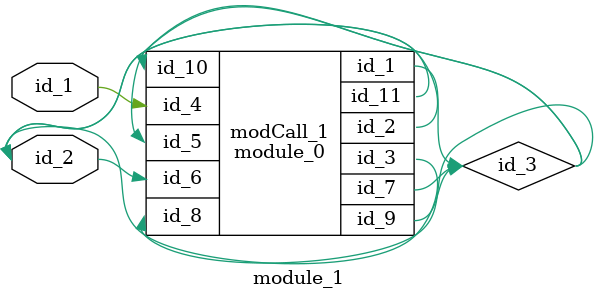
<source format=v>
module module_0 (
    id_1,
    id_2,
    id_3,
    id_4,
    id_5,
    id_6,
    id_7,
    id_8,
    id_9,
    id_10,
    id_11
);
  inout wire id_11;
  input wire id_10;
  output wire id_9;
  input wire id_8;
  inout wire id_7;
  input wire id_6;
  input wire id_5;
  input wire id_4;
  inout wire id_3;
  inout wire id_2;
  inout wire id_1;
  wire id_12 = id_7;
  wire id_13;
endmodule
module module_1 (
    id_1,
    id_2
);
  inout wire id_2;
  input wire id_1;
  wire id_3;
  assign id_3 = id_3;
  module_0 modCall_1 (
      id_3,
      id_2,
      id_2,
      id_1,
      id_3,
      id_2,
      id_3,
      id_3,
      id_3,
      id_3,
      id_2
  );
endmodule

</source>
